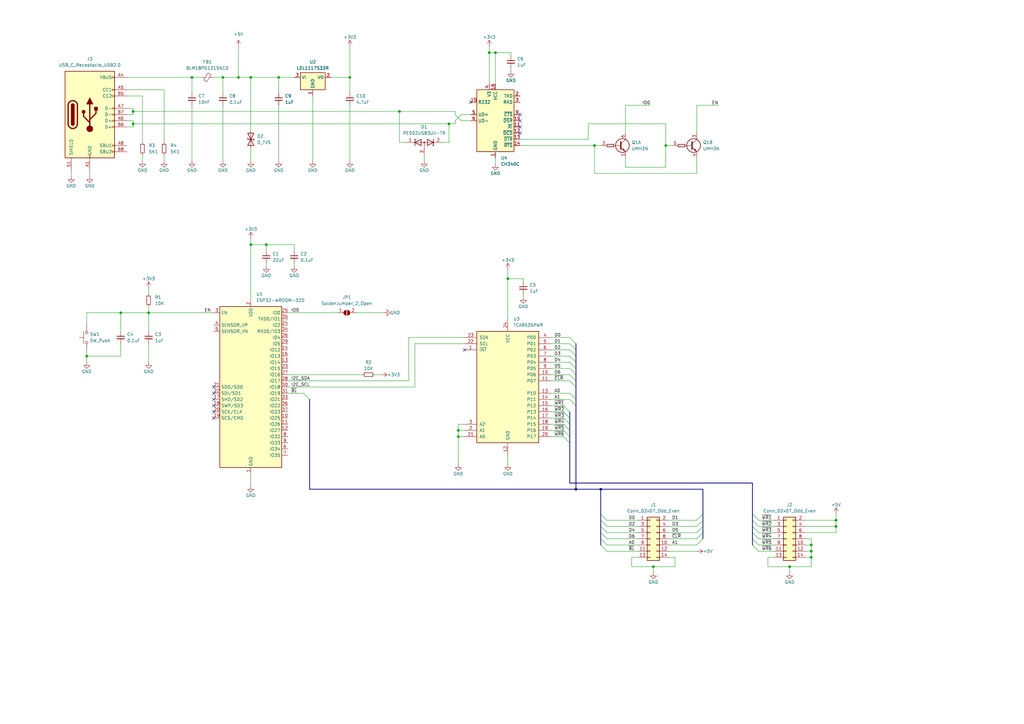
<source format=kicad_sch>
(kicad_sch (version 20230121) (generator eeschema)
  (paper "A3")
  (title_block (title "matrixstick control board") (date "2024-07-10") (rev "1.0"))
  (lib_symbols
    (symbol "Connector:USB_C_Receptacle_USB2.0" (pin_names (offset 1.016))
      (property "Reference" "J" (at -10.16 19.05 0))
      (property "Value" "USB_C_Receptacle_USB2.0" (at 19.05 19.05 0))
      (symbol "USB_C_Receptacle_USB2.0_0_0"
        (rectangle (start -0.254 -17.78) (end 0.254 -16.764))
        (rectangle (start 10.16 -14.986) (end 9.144 -15.494))
        (rectangle (start 10.16 -12.446) (end 9.144 -12.954))
        (rectangle (start 10.16 -4.826) (end 9.144 -5.334))
        (rectangle (start 10.16 -2.286) (end 9.144 -2.794))
        (rectangle (start 10.16 0.254) (end 9.144 -0.254))
        (rectangle (start 10.16 2.794) (end 9.144 2.286))
        (rectangle (start 10.16 7.874) (end 9.144 7.366))
        (rectangle (start 10.16 10.414) (end 9.144 9.906))
        (rectangle (start 10.16 15.494) (end 9.144 14.986))
      )
      (symbol "USB_C_Receptacle_USB2.0_0_1"
        (rectangle (start -10.16 17.78) (end 10.16 -17.78) (stroke (width 0.254)) (fill (type background)))
        (arc (start -8.89 -3.81) (mid -6.985 -5.7067) (end -5.08 -3.81) (stroke (width 0.508)))
        (arc (start -7.62 -3.81) (mid -6.985 -4.4423) (end -6.35 -3.81) (stroke (width 0.254)))
        (arc (start -7.62 -3.81) (mid -6.985 -4.4423) (end -6.35 -3.81) (stroke (width 0.254)) (fill (type outline)))
        (rectangle (start -7.62 -3.81) (end -6.35 3.81) (stroke (width 0.254)) (fill (type outline)))
        (arc (start -6.35 3.81) (mid -6.985 4.4423) (end -7.62 3.81) (stroke (width 0.254)))
        (arc (start -6.35 3.81) (mid -6.985 4.4423) (end -7.62 3.81) (stroke (width 0.254)) (fill (type outline)))
        (arc (start -5.08 3.81) (mid -6.985 5.7067) (end -8.89 3.81) (stroke (width 0.508)))
        (circle (center -2.54 1.143) (radius 0.635) (stroke (width 0.254)) (fill (type outline)))
        (circle (center 0 -5.842) (radius 1.27) (fill (type outline)))
        (polyline (pts (xy -8.89 -3.81) (xy -8.89 3.81)) (stroke (width 0.508)))
        (polyline (pts (xy -5.08 3.81) (xy -5.08 -3.81)) (stroke (width 0.508)))
        (polyline (pts (xy 0 -5.842) (xy 0 4.318)) (stroke (width 0.508)))
        (polyline (pts (xy 0 -3.302) (xy -2.54 -0.762) (xy -2.54 0.508)) (stroke (width 0.508)))
        (polyline (pts (xy 0 -2.032) (xy 2.54 0.508) (xy 2.54 1.778)) (stroke (width 0.508)))
        (polyline (pts (xy -1.27 4.318) (xy 0 6.858) (xy 1.27 4.318) (xy -1.27 4.318)) (stroke (width 0.254)) (fill (type outline)))
        (rectangle (start 1.905 1.778) (end 3.175 3.048) (stroke (width 0.254)) (fill (type outline)))
      )
      (symbol "USB_C_Receptacle_USB2.0_1_1"
        (pin passive line (at 0 -22.86 90) (length 5.08) (name "GND") (number "A1"))
        (pin passive line (at 0 -22.86 90) (length 5.08) hide (name "GND") (number "A12"))
        (pin passive line (at 15.24 15.24 180) (length 5.08) (name "VBUS") (number "A4"))
        (pin bidirectional line (at 15.24 10.16 180) (length 5.08) (name "CC1") (number "A5"))
        (pin bidirectional line (at 15.24 -2.54 180) (length 5.08) (name "D+") (number "A6"))
        (pin bidirectional line (at 15.24 2.54 180) (length 5.08) (name "D-") (number "A7"))
        (pin bidirectional line (at 15.24 -12.7 180) (length 5.08) (name "SBU1") (number "A8"))
        (pin passive line (at 15.24 15.24 180) (length 5.08) hide (name "VBUS") (number "A9"))
        (pin passive line (at 0 -22.86 90) (length 5.08) hide (name "GND") (number "B1"))
        (pin passive line (at 0 -22.86 90) (length 5.08) hide (name "GND") (number "B12"))
        (pin passive line (at 15.24 15.24 180) (length 5.08) hide (name "VBUS") (number "B4"))
        (pin bidirectional line (at 15.24 7.62 180) (length 5.08) (name "CC2") (number "B5"))
        (pin bidirectional line (at 15.24 -5.08 180) (length 5.08) (name "D+") (number "B6"))
        (pin bidirectional line (at 15.24 0 180) (length 5.08) (name "D-") (number "B7"))
        (pin bidirectional line (at 15.24 -15.24 180) (length 5.08) (name "SBU2") (number "B8"))
        (pin passive line (at 15.24 15.24 180) (length 5.08) hide (name "VBUS") (number "B9"))
        (pin passive line (at -7.62 -22.86 90) (length 5.08) (name "SHIELD") (number "S1"))
      )
    )
    (symbol "Connector_Generic:Conn_02x07_Odd_Even" (pin_names (offset 1.016) hide)
      (property "Reference" "J" (at 1.27 10.16 0))
      (property "Value" "Conn_02x07_Odd_Even" (at 1.27 -10.16 0))
      (symbol "Conn_02x07_Odd_Even_1_1"
        (rectangle (start -1.27 -7.493) (end 0 -7.747) (stroke (width 0.1524)))
        (rectangle (start -1.27 -4.953) (end 0 -5.207) (stroke (width 0.1524)))
        (rectangle (start -1.27 -2.413) (end 0 -2.667) (stroke (width 0.1524)))
        (rectangle (start -1.27 0.127) (end 0 -0.127) (stroke (width 0.1524)))
        (rectangle (start -1.27 2.667) (end 0 2.413) (stroke (width 0.1524)))
        (rectangle (start -1.27 5.207) (end 0 4.953) (stroke (width 0.1524)))
        (rectangle (start -1.27 7.747) (end 0 7.493) (stroke (width 0.1524)))
        (rectangle (start -1.27 8.89) (end 3.81 -8.89) (stroke (width 0.254)) (fill (type background)))
        (rectangle (start 3.81 -7.493) (end 2.54 -7.747) (stroke (width 0.1524)))
        (rectangle (start 3.81 -4.953) (end 2.54 -5.207) (stroke (width 0.1524)))
        (rectangle (start 3.81 -2.413) (end 2.54 -2.667) (stroke (width 0.1524)))
        (rectangle (start 3.81 0.127) (end 2.54 -0.127) (stroke (width 0.1524)))
        (rectangle (start 3.81 2.667) (end 2.54 2.413) (stroke (width 0.1524)))
        (rectangle (start 3.81 5.207) (end 2.54 4.953) (stroke (width 0.1524)))
        (rectangle (start 3.81 7.747) (end 2.54 7.493) (stroke (width 0.1524)))
        (pin passive line (at -5.08 7.62 0) (length 3.81) (name "Pin_1") (number "1"))
        (pin passive line (at 7.62 -2.54 180) (length 3.81) (name "Pin_10") (number "10"))
        (pin passive line (at -5.08 -5.08 0) (length 3.81) (name "Pin_11") (number "11"))
        (pin passive line (at 7.62 -5.08 180) (length 3.81) (name "Pin_12") (number "12"))
        (pin passive line (at -5.08 -7.62 0) (length 3.81) (name "Pin_13") (number "13"))
        (pin passive line (at 7.62 -7.62 180) (length 3.81) (name "Pin_14") (number "14"))
        (pin passive line (at 7.62 7.62 180) (length 3.81) (name "Pin_2") (number "2"))
        (pin passive line (at -5.08 5.08 0) (length 3.81) (name "Pin_3") (number "3"))
        (pin passive line (at 7.62 5.08 180) (length 3.81) (name "Pin_4") (number "4"))
        (pin passive line (at -5.08 2.54 0) (length 3.81) (name "Pin_5") (number "5"))
        (pin passive line (at 7.62 2.54 180) (length 3.81) (name "Pin_6") (number "6"))
        (pin passive line (at -5.08 0 0) (length 3.81) (name "Pin_7") (number "7"))
        (pin passive line (at 7.62 0 180) (length 3.81) (name "Pin_8") (number "8"))
        (pin passive line (at -5.08 -2.54 0) (length 3.81) (name "Pin_9") (number "9"))
      )
    )
    (symbol "Device:C_Small" (pin_numbers hide) (pin_names (offset 0.254) hide)
      (property "Reference" "C" (at 0.254 1.778 0))
      (property "Value" "C_Small" (at 0.254 -2.032 0))
      (symbol "C_Small_0_1"
        (polyline (pts (xy -1.524 -0.508) (xy 1.524 -0.508)) (stroke (width 0.3302)))
        (polyline (pts (xy -1.524 0.508) (xy 1.524 0.508)) (stroke (width 0.3048)))
      )
      (symbol "C_Small_1_1"
        (pin passive line (at 0 2.54 270) (length 2.032) (name "~") (number "1"))
        (pin passive line (at 0 -2.54 90) (length 2.032) (name "~") (number "2"))
      )
    )
    (symbol "Device:D_TVS" (pin_numbers hide) (pin_names (offset 1.016) hide)
      (property "Reference" "D" (at 0 2.54 0))
      (property "Value" "D_TVS" (at 0 -2.54 0))
      (symbol "D_TVS_0_1"
        (polyline (pts (xy 1.27 0) (xy -1.27 0)))
        (polyline (pts (xy 0.508 1.27) (xy 0 1.27) (xy 0 -1.27) (xy -0.508 -1.27)) (stroke (width 0.254)))
        (polyline (pts (xy -2.54 1.27) (xy -2.54 -1.27) (xy 2.54 1.27) (xy 2.54 -1.27) (xy -2.54 1.27)) (stroke (width 0.254)))
      )
      (symbol "D_TVS_1_1"
        (pin passive line (at -3.81 0 0) (length 2.54) (name "A1") (number "1"))
        (pin passive line (at 3.81 0 180) (length 2.54) (name "A2") (number "2"))
      )
    )
    (symbol "Device:D_Zener_Dual_CommonAnode_KKA" (pin_names (offset 0.762) hide)
      (property "Reference" "D" (at 1.27 -2.54 0))
      (property "Value" "D_Zener_Dual_CommonAnode_KKA" (at 0 2.54 0))
      (symbol "D_Zener_Dual_CommonAnode_KKA_0_1"
        (polyline (pts (xy -3.556 0) (xy 3.81 0)))
        (polyline (pts (xy 0 0) (xy 0 -2.54)))
        (polyline (pts (xy -3.81 -1.27) (xy -3.81 1.27) (xy -3.302 1.27)) (stroke (width 0.254)))
        (polyline (pts (xy 3.302 -1.27) (xy 3.81 -1.27) (xy 3.81 1.27)) (stroke (width 0.254)))
        (polyline (pts (xy -1.27 -1.27) (xy -3.81 0) (xy -1.27 1.27) (xy -1.27 -1.27) (xy -1.27 -1.27) (xy -1.27 -1.27)) (stroke (width 0.254)))
        (polyline (pts (xy 1.27 1.27) (xy 3.81 0) (xy 1.27 -1.27) (xy 1.27 1.27) (xy 1.27 1.27) (xy 1.27 1.27)) (stroke (width 0.254)))
        (circle (center 0 0) (radius 0.254) (fill (type outline)))
        (pin passive line (at -7.62 0 0) (length 3.81) (name "K") (number "1"))
        (pin passive line (at 7.62 0 180) (length 3.81) (name "K") (number "2"))
        (pin passive line (at 0 -5.08 90) (length 2.54) (name "A") (number "3"))
      )
    )
    (symbol "Device:FerriteBead_Small" (pin_numbers hide) (pin_names (offset 0))
      (property "Reference" "FB" (at 1.905 1.27 0))
      (property "Value" "FerriteBead_Small" (at 1.905 -1.27 0))
      (symbol "FerriteBead_Small_0_1"
        (polyline (pts (xy 0 -1.27) (xy 0 -0.7874)))
        (polyline (pts (xy 0 0.889) (xy 0 1.2954)))
        (polyline (pts (xy -1.8288 0.2794) (xy -1.1176 1.4986) (xy 1.8288 -0.2032) (xy 1.1176 -1.4224) (xy -1.8288 0.2794)))
      )
      (symbol "FerriteBead_Small_1_1"
        (pin passive line (at 0 2.54 270) (length 1.27) (name "~") (number "1"))
        (pin passive line (at 0 -2.54 90) (length 1.27) (name "~") (number "2"))
      )
    )
    (symbol "Device:R_Small" (pin_numbers hide) (pin_names (offset 0.254) hide)
      (property "Reference" "R" (at 0.762 0.508 0))
      (property "Value" "R_Small" (at 0.762 -1.016 0))
      (symbol "R_Small_0_1"
        (rectangle (start -0.762 1.778) (end 0.762 -1.778) (stroke (width 0.2032)))
      )
      (symbol "R_Small_1_1"
        (pin passive line (at 0 2.54 270) (length 0.762) (name "~") (number "1"))
        (pin passive line (at 0 -2.54 90) (length 0.762) (name "~") (number "2"))
      )
    )
    (symbol "Interface_Expansion:TCA9535PWR" (pin_names (offset 1.016))
      (property "Reference" "U" (at -11.43 24.13 0))
      (property "Value" "TCA9535PWR" (at 0 0 0))
      (symbol "TCA9535PWR_0_1"
        (rectangle (start -12.7 22.86) (end 12.7 -22.86) (stroke (width 0.254)) (fill (type background)))
      )
      (symbol "TCA9535PWR_1_1"
        (pin open_collector line (at -17.78 15.24 0) (length 5.08) (name "~{INT}") (number "1"))
        (pin bidirectional line (at 17.78 5.08 180) (length 5.08) (name "P06") (number "10"))
        (pin bidirectional line (at 17.78 2.54 180) (length 5.08) (name "P07") (number "11"))
        (pin power_in line (at 0 -27.94 90) (length 5.08) (name "GND") (number "12"))
        (pin bidirectional line (at 17.78 -2.54 180) (length 5.08) (name "P10") (number "13"))
        (pin bidirectional line (at 17.78 -5.08 180) (length 5.08) (name "P11") (number "14"))
        (pin bidirectional line (at 17.78 -7.62 180) (length 5.08) (name "P12") (number "15"))
        (pin bidirectional line (at 17.78 -10.16 180) (length 5.08) (name "P13") (number "16"))
        (pin bidirectional line (at 17.78 -12.7 180) (length 5.08) (name "P14") (number "17"))
        (pin bidirectional line (at 17.78 -15.24 180) (length 5.08) (name "P15") (number "18"))
        (pin bidirectional line (at 17.78 -17.78 180) (length 5.08) (name "P16") (number "19"))
        (pin input line (at -17.78 -17.78 0) (length 5.08) (name "A1") (number "2"))
        (pin bidirectional line (at 17.78 -20.32 180) (length 5.08) (name "P17") (number "20"))
        (pin input line (at -17.78 -20.32 0) (length 5.08) (name "A0") (number "21"))
        (pin input line (at -17.78 17.78 0) (length 5.08) (name "SCL") (number "22"))
        (pin bidirectional line (at -17.78 20.32 0) (length 5.08) (name "SDA") (number "23"))
        (pin power_in line (at 0 27.94 270) (length 5.08) (name "VCC") (number "24"))
        (pin input line (at -17.78 -15.24 0) (length 5.08) (name "A2") (number "3"))
        (pin bidirectional line (at 17.78 20.32 180) (length 5.08) (name "P00") (number "4"))
        (pin bidirectional line (at 17.78 17.78 180) (length 5.08) (name "P01") (number "5"))
        (pin bidirectional line (at 17.78 15.24 180) (length 5.08) (name "P02") (number "6"))
        (pin bidirectional line (at 17.78 12.7 180) (length 5.08) (name "P03") (number "7"))
        (pin bidirectional line (at 17.78 10.16 180) (length 5.08) (name "P04") (number "8"))
        (pin bidirectional line (at 17.78 7.62 180) (length 5.08) (name "P05") (number "9"))
      )
    )
    (symbol "Interface_USB:CH340C"
      (property "Reference" "U" (at -5.08 13.97 0))
      (property "Value" "CH340C" (at 1.27 13.97 0))
      (symbol "CH340C_0_1"
        (rectangle (start -7.62 12.7) (end 7.62 -12.7) (stroke (width 0.254)) (fill (type background)))
      )
      (symbol "CH340C_1_1"
        (pin power_in line (at 0 -15.24 90) (length 2.54) (name "GND") (number "1"))
        (pin input line (at 10.16 0 180) (length 2.54) (name "~{DSR}") (number "10"))
        (pin input line (at 10.16 -2.54 180) (length 2.54) (name "~{RI}") (number "11"))
        (pin input line (at 10.16 -5.08 180) (length 2.54) (name "~{DCD}") (number "12"))
        (pin output line (at 10.16 -7.62 180) (length 2.54) (name "~{DTR}") (number "13"))
        (pin output line (at 10.16 -10.16 180) (length 2.54) (name "~{RTS}") (number "14"))
        (pin input line (at -10.16 7.62 0) (length 2.54) (name "R232") (number "15"))
        (pin power_in line (at 0 15.24 270) (length 2.54) (name "VCC") (number "16"))
        (pin output line (at 10.16 10.16 180) (length 2.54) (name "TXD") (number "2"))
        (pin input line (at 10.16 7.62 180) (length 2.54) (name "RXD") (number "3"))
        (pin passive line (at -2.54 15.24 270) (length 2.54) (name "V3") (number "4"))
        (pin bidirectional line (at -10.16 2.54 0) (length 2.54) (name "UD+") (number "5"))
        (pin bidirectional line (at -10.16 0 0) (length 2.54) (name "UD-") (number "6"))
        (pin no_connect line (at -7.62 -7.62 0) (length 2.54) hide (name "NC") (number "7"))
        (pin no_connect line (at -7.62 -10.16 0) (length 2.54) hide (name "NC") (number "8"))
        (pin input line (at 10.16 2.54 180) (length 2.54) (name "~{CTS}") (number "9"))
      )
    )
    (symbol "Jumper:SolderJumper_2_Open" (pin_names (offset 0) hide)
      (property "Reference" "JP" (at 0 2.032 0))
      (property "Value" "SolderJumper_2_Open" (at 0 -2.54 0))
      (symbol "SolderJumper_2_Open_0_1"
        (arc (start -0.254 1.016) (mid -1.2656 0) (end -0.254 -1.016))
        (arc (start -0.254 1.016) (mid -1.2656 0) (end -0.254 -1.016) (fill (type outline)))
        (polyline (pts (xy -0.254 1.016) (xy -0.254 -1.016)))
        (polyline (pts (xy 0.254 1.016) (xy 0.254 -1.016)))
        (arc (start 0.254 -1.016) (mid 1.2656 0) (end 0.254 1.016))
        (arc (start 0.254 -1.016) (mid 1.2656 0) (end 0.254 1.016) (fill (type outline)))
      )
      (symbol "SolderJumper_2_Open_1_1"
        (pin passive line (at -3.81 0 0) (length 2.54) (name "A") (number "1"))
        (pin passive line (at 3.81 0 180) (length 2.54) (name "B") (number "2"))
      )
    )
    (symbol "RF_Module:ESP32-WROOM-32D"
      (property "Reference" "U" (at -12.7 34.29 0))
      (property "Value" "ESP32-WROOM-32D" (at 1.27 34.29 0))
      (symbol "ESP32-WROOM-32D_0_1"
        (rectangle (start -12.7 33.02) (end 12.7 -33.02) (stroke (width 0.254)) (fill (type background)))
      )
      (symbol "ESP32-WROOM-32D_1_1"
        (pin power_in line (at 0 -35.56 90) (length 2.54) (name "GND") (number "1"))
        (pin bidirectional line (at 15.24 -12.7 180) (length 2.54) (name "IO25") (number "10"))
        (pin bidirectional line (at 15.24 -15.24 180) (length 2.54) (name "IO26") (number "11"))
        (pin bidirectional line (at 15.24 -17.78 180) (length 2.54) (name "IO27") (number "12"))
        (pin bidirectional line (at 15.24 10.16 180) (length 2.54) (name "IO14") (number "13"))
        (pin bidirectional line (at 15.24 15.24 180) (length 2.54) (name "IO12") (number "14"))
        (pin passive line (at 0 -35.56 90) (length 2.54) hide (name "GND") (number "15"))
        (pin bidirectional line (at 15.24 12.7 180) (length 2.54) (name "IO13") (number "16"))
        (pin bidirectional line (at -15.24 -5.08 0) (length 2.54) (name "SHD/SD2") (number "17"))
        (pin bidirectional line (at -15.24 -7.62 0) (length 2.54) (name "SWP/SD3") (number "18"))
        (pin bidirectional line (at -15.24 -12.7 0) (length 2.54) (name "SCS/CMD") (number "19"))
        (pin power_in line (at 0 35.56 270) (length 2.54) (name "VDD") (number "2"))
        (pin bidirectional line (at -15.24 -10.16 0) (length 2.54) (name "SCK/CLK") (number "20"))
        (pin bidirectional line (at -15.24 0 0) (length 2.54) (name "SDO/SD0") (number "21"))
        (pin bidirectional line (at -15.24 -2.54 0) (length 2.54) (name "SDI/SD1") (number "22"))
        (pin bidirectional line (at 15.24 7.62 180) (length 2.54) (name "IO15") (number "23"))
        (pin bidirectional line (at 15.24 25.4 180) (length 2.54) (name "IO2") (number "24"))
        (pin bidirectional line (at 15.24 30.48 180) (length 2.54) (name "IO0") (number "25"))
        (pin bidirectional line (at 15.24 20.32 180) (length 2.54) (name "IO4") (number "26"))
        (pin bidirectional line (at 15.24 5.08 180) (length 2.54) (name "IO16") (number "27"))
        (pin bidirectional line (at 15.24 2.54 180) (length 2.54) (name "IO17") (number "28"))
        (pin bidirectional line (at 15.24 17.78 180) (length 2.54) (name "IO5") (number "29"))
        (pin input line (at -15.24 30.48 0) (length 2.54) (name "EN") (number "3"))
        (pin bidirectional line (at 15.24 0 180) (length 2.54) (name "IO18") (number "30"))
        (pin bidirectional line (at 15.24 -2.54 180) (length 2.54) (name "IO19") (number "31"))
        (pin no_connect line (at -12.7 -27.94 0) (length 2.54) hide (name "NC") (number "32"))
        (pin bidirectional line (at 15.24 -5.08 180) (length 2.54) (name "IO21") (number "33"))
        (pin bidirectional line (at 15.24 22.86 180) (length 2.54) (name "RXD0/IO3") (number "34"))
        (pin bidirectional line (at 15.24 27.94 180) (length 2.54) (name "TXD0/IO1") (number "35"))
        (pin bidirectional line (at 15.24 -7.62 180) (length 2.54) (name "IO22") (number "36"))
        (pin bidirectional line (at 15.24 -10.16 180) (length 2.54) (name "IO23") (number "37"))
        (pin passive line (at 0 -35.56 90) (length 2.54) hide (name "GND") (number "38"))
        (pin passive line (at 0 -35.56 90) (length 2.54) hide (name "GND") (number "39"))
        (pin input line (at -15.24 25.4 0) (length 2.54) (name "SENSOR_VP") (number "4"))
        (pin input line (at -15.24 22.86 0) (length 2.54) (name "SENSOR_VN") (number "5"))
        (pin input line (at 15.24 -25.4 180) (length 2.54) (name "IO34") (number "6"))
        (pin input line (at 15.24 -27.94 180) (length 2.54) (name "IO35") (number "7"))
        (pin bidirectional line (at 15.24 -20.32 180) (length 2.54) (name "IO32") (number "8"))
        (pin bidirectional line (at 15.24 -22.86 180) (length 2.54) (name "IO33") (number "9"))
      )
    )
    (symbol "Regulator_Linear:LD1117S33TR_SOT223"
      (property "Reference" "U" (at -3.81 3.175 0))
      (property "Value" "LD1117S33TR_SOT223" (at 0 3.175 0))
      (symbol "LD1117S33TR_SOT223_0_1"
        (rectangle (start -5.08 -5.08) (end 5.08 1.905) (stroke (width 0.254)) (fill (type background)))
      )
      (symbol "LD1117S33TR_SOT223_1_1"
        (pin power_in line (at 0 -7.62 90) (length 2.54) (name "GND") (number "1"))
        (pin power_out line (at 7.62 0 180) (length 2.54) (name "VO") (number "2"))
        (pin power_in line (at -7.62 0 0) (length 2.54) (name "VI") (number "3"))
      )
    )
    (symbol "Switch:SW_Push" (pin_numbers hide) (pin_names (offset 1.016) hide)
      (property "Reference" "SW" (at 1.27 2.54 0))
      (property "Value" "SW_Push" (at 0 -1.524 0))
      (symbol "SW_Push_0_1"
        (circle (center -2.032 0) (radius 0.508))
        (polyline (pts (xy 0 1.27) (xy 0 3.048)))
        (polyline (pts (xy 2.54 1.27) (xy -2.54 1.27)))
        (circle (center 2.032 0) (radius 0.508))
        (pin passive line (at -5.08 0 0) (length 2.54) (name "1") (number "1"))
        (pin passive line (at 5.08 0 180) (length 2.54) (name "2") (number "2"))
      )
    )
    (symbol "Transistor_BJT:UMH3N" (pin_names hide)
      (property "Reference" "Q" (at 7.62 1.27 0))
      (property "Value" "UMH3N" (at 7.62 -1.27 0))
      (symbol "UMH3N_0_1"
        (polyline (pts (xy 3.175 0) (xy 0.254 0)))
        (polyline (pts (xy 3.175 0.635) (xy 5.08 2.54)))
        (polyline (pts (xy 3.175 1.524) (xy 3.175 -1.524)) (stroke (width 0.508)))
        (polyline (pts (xy 3.175 -0.635) (xy 5.08 -2.54) (xy 5.08 -2.54)))
        (polyline (pts (xy 3.81 -1.778) (xy 4.318 -1.27) (xy 4.826 -2.286) (xy 3.81 -1.778) (xy 3.81 -1.778)) (fill (type outline)))
        (rectangle (start 0.254 0.508) (end -2.54 -0.508) (stroke (width 0.254)))
        (circle (center 3.81 0) (radius 2.8194) (stroke (width 0.254)))
      )
      (symbol "UMH3N_1_1"
        (pin passive line (at 5.08 -5.08 90) (length 2.54) (name "E1") (number "1"))
        (pin input line (at -5.08 0 0) (length 2.54) (name "B1") (number "2"))
        (pin passive line (at 5.08 5.08 270) (length 2.54) (name "C1") (number "6"))
      )
      (symbol "UMH3N_2_1"
        (pin passive line (at 5.08 5.08 270) (length 2.54) (name "C2") (number "3"))
        (pin passive line (at 5.08 -5.08 90) (length 2.54) (name "E2") (number "4"))
        (pin input line (at -5.08 0 0) (length 2.54) (name "B2") (number "5"))
      )
    )
    (symbol "power:+3V3" (power) (pin_names (offset 0))
      (property "Value" "+3V3" (at 0 3.556 0))
      (symbol "+3V3_0_1"
        (polyline (pts (xy -0.762 1.27) (xy 0 2.54)))
        (polyline (pts (xy 0 0) (xy 0 2.54)))
        (polyline (pts (xy 0 2.54) (xy 0.762 1.27)))
      )
      (symbol "+3V3_1_1"
        (pin power_in line (at 0 0 90) (length 0) hide (name "+3V3") (number "1"))
      )
    )
    (symbol "power:+5V" (power) (pin_names (offset 0))
      (property "Value" "+5V" (at 0 3.556 0))
      (symbol "+5V_0_1"
        (polyline (pts (xy -0.762 1.27) (xy 0 2.54)))
        (polyline (pts (xy 0 0) (xy 0 2.54)))
        (polyline (pts (xy 0 2.54) (xy 0.762 1.27)))
      )
      (symbol "+5V_1_1"
        (pin power_in line (at 0 0 90) (length 0) hide (name "+5V") (number "1"))
      )
    )
    (symbol "power:GND" (power) (pin_names (offset 0))
      (property "Value" "GND" (at 0 -3.81 0))
      (symbol "GND_0_1"
        (polyline (pts (xy 0 0) (xy 0 -1.27) (xy 1.27 -1.27) (xy 0 -2.54) (xy -1.27 -1.27) (xy 0 -1.27)))
      )
      (symbol "GND_1_1"
        (pin power_in line (at 0 0 270) (length 0) hide (name "GND") (number "1"))
      )
    )
  )
  (junction (at 243.84 59.69))
  (junction (at 54.61 50.8))
  (junction (at 323.85 232.41))
  (junction (at 246.38 200.66))
  (junction (at 102.87 100.33))
  (junction (at 114.3 31.75))
  (junction (at 49.53 128.27))
  (junction (at 187.96 176.53))
  (junction (at 97.79 31.75))
  (junction (at 35.56 146.05))
  (junction (at 109.22 100.33))
  (junction (at 342.9 213.36))
  (junction (at 332.74 226.06))
  (junction (at 143.51 31.75))
  (junction (at 184.15 50.8))
  (junction (at 102.87 31.75))
  (junction (at 273.05 59.69))
  (junction (at 267.97 232.41))
  (junction (at 342.9 215.9))
  (junction (at 163.83 45.72))
  (junction (at 208.28 114.3))
  (junction (at 91.44 31.75))
  (junction (at 54.61 45.72))
  (junction (at 187.96 179.07))
  (junction (at 203.2 21.59))
  (junction (at 200.66 21.59))
  (junction (at 60.96 128.27))
  (junction (at 78.74 31.75))
  (junction (at 236.22 200.66))
  (junction (at 332.74 228.6))
  (junction (at 332.74 223.52))
  (no_connect (at 87.63 161.29))
  (no_connect (at 213.36 54.61))
  (no_connect (at 87.63 166.37))
  (no_connect (at 87.63 168.91))
  (no_connect (at 213.36 49.53))
  (no_connect (at 213.36 52.07))
  (no_connect (at 190.5 143.51))
  (no_connect (at 87.63 171.45))
  (no_connect (at 87.63 163.83))
  (no_connect (at 193.04 41.91))
  (no_connect (at 87.63 158.75))
  (no_connect (at 213.36 46.99))
  (bus_entry (at 285.75 218.44) (size 2.54 -2.54))
  (bus_entry (at 233.68 156.21) (size 2.54 2.54))
  (bus_entry (at 233.68 153.67) (size 2.54 2.54))
  (bus_entry (at 231.14 168.91) (size 2.54 2.54))
  (bus_entry (at 248.92 223.52) (size -2.54 -2.54))
  (bus_entry (at 233.68 140.97) (size 2.54 2.54))
  (bus_entry (at 285.75 223.52) (size 2.54 -2.54))
  (bus_entry (at 308.61 223.52) (size 2.54 2.54))
  (bus_entry (at 248.92 218.44) (size -2.54 -2.54))
  (bus_entry (at 233.68 146.05) (size 2.54 2.54))
  (bus_entry (at 231.14 171.45) (size 2.54 2.54))
  (bus_entry (at 233.68 138.43) (size 2.54 2.54))
  (bus_entry (at 231.14 173.99) (size 2.54 2.54))
  (bus_entry (at 124.46 161.29) (size 2.54 2.54))
  (bus_entry (at 233.68 161.29) (size 2.54 2.54))
  (bus_entry (at 248.92 220.98) (size -2.54 -2.54))
  (bus_entry (at 248.92 215.9) (size -2.54 -2.54))
  (bus_entry (at 233.68 163.83) (size 2.54 2.54))
  (bus_entry (at 246.38 210.82) (size 2.54 2.54))
  (bus_entry (at 308.61 210.82) (size 2.54 2.54))
  (bus_entry (at 285.75 220.98) (size 2.54 -2.54))
  (bus_entry (at 231.14 166.37) (size 2.54 2.54))
  (bus_entry (at 231.14 176.53) (size 2.54 2.54))
  (bus_entry (at 233.68 143.51) (size 2.54 2.54))
  (bus_entry (at 285.75 215.9) (size 2.54 -2.54))
  (bus_entry (at 308.61 213.36) (size 2.54 2.54))
  (bus_entry (at 233.68 151.13) (size 2.54 2.54))
  (bus_entry (at 248.92 226.06) (size -2.54 -2.54))
  (bus_entry (at 308.61 218.44) (size 2.54 2.54))
  (bus_entry (at 308.61 215.9) (size 2.54 2.54))
  (bus_entry (at 308.61 220.98) (size 2.54 2.54))
  (bus_entry (at 233.68 148.59) (size 2.54 2.54))
  (bus_entry (at 231.14 179.07) (size 2.54 2.54))
  (bus_entry (at 288.29 210.82) (size -2.54 2.54))
  (wire (pts (xy 248.92 213.36) (xy 261.62 213.36)))
  (bus (pts (xy 233.68 179.07) (xy 233.68 181.61)))
  (bus (pts (xy 308.61 210.82) (xy 308.61 198.12)))
  (wire (pts (xy 285.75 64.77) (xy 285.75 71.12)))
  (wire (pts (xy 311.15 226.06) (xy 317.5 226.06)))
  (wire (pts (xy 274.32 220.98) (xy 285.75 220.98)))
  (wire (pts (xy 186.69 50.8) (xy 186.69 49.53)))
  (wire (pts (xy 49.53 140.97) (xy 49.53 146.05)))
  (wire (pts (xy 52.07 31.75) (xy 78.74 31.75)))
  (wire (pts (xy 256.54 64.77) (xy 256.54 68.58)))
  (wire (pts (xy 184.15 50.8) (xy 186.69 50.8)))
  (wire (pts (xy 67.31 63.5) (xy 67.31 66.04)))
  (wire (pts (xy 102.87 100.33) (xy 102.87 123.19)))
  (wire (pts (xy 120.65 107.95) (xy 120.65 109.22)))
  (wire (pts (xy 60.96 135.89) (xy 60.96 128.27)))
  (wire (pts (xy 54.61 45.72) (xy 54.61 44.45)))
  (wire (pts (xy 109.22 100.33) (xy 109.22 102.87)))
  (wire (pts (xy 200.66 34.29) (xy 200.66 21.59)))
  (bus (pts (xy 246.38 218.44) (xy 246.38 220.98)))
  (wire (pts (xy 52.07 49.53) (xy 54.61 49.53)))
  (wire (pts (xy 267.97 232.41) (xy 259.08 232.41)))
  (wire (pts (xy 60.96 128.27) (xy 49.53 128.27)))
  (wire (pts (xy 49.53 146.05) (xy 35.56 146.05)))
  (wire (pts (xy 187.96 173.99) (xy 187.96 176.53)))
  (wire (pts (xy 226.06 156.21) (xy 233.68 156.21)))
  (wire (pts (xy 97.79 31.75) (xy 97.79 19.05)))
  (wire (pts (xy 208.28 186.69) (xy 208.28 190.5)))
  (wire (pts (xy 200.66 21.59) (xy 203.2 21.59)))
  (wire (pts (xy 135.89 31.75) (xy 143.51 31.75)))
  (bus (pts (xy 236.22 151.13) (xy 236.22 153.67)))
  (wire (pts (xy 241.3 50.8) (xy 273.05 50.8)))
  (wire (pts (xy 274.32 215.9) (xy 285.75 215.9)))
  (wire (pts (xy 189.23 49.53) (xy 186.69 46.99)))
  (bus (pts (xy 288.29 218.44) (xy 288.29 220.98)))
  (wire (pts (xy 143.51 31.75) (xy 143.51 38.1)))
  (wire (pts (xy 167.64 138.43) (xy 190.5 138.43)))
  (wire (pts (xy 54.61 49.53) (xy 54.61 50.8)))
  (wire (pts (xy 267.97 232.41) (xy 267.97 234.95)))
  (wire (pts (xy 226.06 146.05) (xy 233.68 146.05)))
  (wire (pts (xy 226.06 171.45) (xy 231.14 171.45)))
  (wire (pts (xy 166.37 58.42) (xy 163.83 58.42)))
  (bus (pts (xy 236.22 163.83) (xy 236.22 166.37)))
  (wire (pts (xy 248.92 218.44) (xy 261.62 218.44)))
  (wire (pts (xy 35.56 143.51) (xy 35.56 146.05)))
  (wire (pts (xy 54.61 52.07) (xy 52.07 52.07)))
  (wire (pts (xy 184.15 58.42) (xy 184.15 50.8)))
  (wire (pts (xy 285.75 71.12) (xy 243.84 71.12)))
  (wire (pts (xy 54.61 45.72) (xy 54.61 46.99)))
  (wire (pts (xy 102.87 31.75) (xy 102.87 53.34)))
  (wire (pts (xy 226.06 143.51) (xy 233.68 143.51)))
  (wire (pts (xy 109.22 107.95) (xy 109.22 109.22)))
  (wire (pts (xy 311.15 213.36) (xy 317.5 213.36)))
  (wire (pts (xy 114.3 43.18) (xy 114.3 66.04)))
  (wire (pts (xy 181.61 58.42) (xy 184.15 58.42)))
  (wire (pts (xy 276.86 228.6) (xy 276.86 232.41)))
  (wire (pts (xy 190.5 179.07) (xy 187.96 179.07)))
  (bus (pts (xy 246.38 200.66) (xy 246.38 210.82)))
  (wire (pts (xy 311.15 223.52) (xy 317.5 223.52)))
  (wire (pts (xy 91.44 31.75) (xy 91.44 38.1)))
  (wire (pts (xy 203.2 64.77) (xy 203.2 67.31)))
  (wire (pts (xy 35.56 128.27) (xy 35.56 133.35)))
  (wire (pts (xy 118.11 161.29) (xy 124.46 161.29)))
  (wire (pts (xy 209.55 21.59) (xy 209.55 22.86)))
  (wire (pts (xy 342.9 218.44) (xy 342.9 215.9)))
  (bus (pts (xy 246.38 215.9) (xy 246.38 218.44)))
  (bus (pts (xy 236.22 153.67) (xy 236.22 156.21)))
  (wire (pts (xy 118.11 156.21) (xy 167.64 156.21)))
  (wire (pts (xy 78.74 31.75) (xy 82.55 31.75)))
  (bus (pts (xy 127 163.83) (xy 127 200.66)))
  (wire (pts (xy 208.28 114.3) (xy 208.28 130.81)))
  (bus (pts (xy 236.22 146.05) (xy 236.22 148.59)))
  (wire (pts (xy 52.07 44.45) (xy 54.61 44.45)))
  (bus (pts (xy 236.22 158.75) (xy 236.22 163.83)))
  (wire (pts (xy 330.2 223.52) (xy 332.74 223.52)))
  (wire (pts (xy 54.61 46.99) (xy 52.07 46.99)))
  (bus (pts (xy 233.68 176.53) (xy 233.68 179.07)))
  (wire (pts (xy 226.06 138.43) (xy 233.68 138.43)))
  (wire (pts (xy 248.92 223.52) (xy 261.62 223.52)))
  (wire (pts (xy 214.63 120.65) (xy 214.63 121.92)))
  (wire (pts (xy 226.06 179.07) (xy 231.14 179.07)))
  (bus (pts (xy 246.38 200.66) (xy 236.22 200.66)))
  (wire (pts (xy 91.44 43.18) (xy 91.44 66.04)))
  (wire (pts (xy 187.96 179.07) (xy 187.96 190.5)))
  (bus (pts (xy 236.22 143.51) (xy 236.22 146.05)))
  (wire (pts (xy 146.05 128.27) (xy 157.48 128.27)))
  (wire (pts (xy 311.15 215.9) (xy 317.5 215.9)))
  (wire (pts (xy 190.5 173.99) (xy 187.96 173.99)))
  (wire (pts (xy 114.3 31.75) (xy 120.65 31.75)))
  (wire (pts (xy 67.31 36.83) (xy 67.31 58.42)))
  (wire (pts (xy 256.54 43.18) (xy 266.7 43.18)))
  (wire (pts (xy 259.08 232.41) (xy 259.08 228.6)))
  (wire (pts (xy 332.74 228.6) (xy 332.74 232.41)))
  (wire (pts (xy 274.32 213.36) (xy 285.75 213.36)))
  (bus (pts (xy 233.68 181.61) (xy 233.68 198.12)))
  (wire (pts (xy 102.87 97.79) (xy 102.87 100.33)))
  (wire (pts (xy 102.87 31.75) (xy 114.3 31.75)))
  (wire (pts (xy 97.79 31.75) (xy 102.87 31.75)))
  (wire (pts (xy 248.92 220.98) (xy 261.62 220.98)))
  (wire (pts (xy 60.96 125.73) (xy 60.96 128.27)))
  (wire (pts (xy 35.56 146.05) (xy 35.56 148.59)))
  (wire (pts (xy 248.92 215.9) (xy 261.62 215.9)))
  (wire (pts (xy 36.83 69.85) (xy 36.83 72.39)))
  (wire (pts (xy 143.51 43.18) (xy 143.51 66.04)))
  (wire (pts (xy 330.2 213.36) (xy 342.9 213.36)))
  (wire (pts (xy 314.96 228.6) (xy 317.5 228.6)))
  (wire (pts (xy 170.18 140.97) (xy 170.18 158.75)))
  (wire (pts (xy 200.66 19.05) (xy 200.66 21.59)))
  (bus (pts (xy 236.22 140.97) (xy 236.22 143.51)))
  (wire (pts (xy 311.15 218.44) (xy 317.5 218.44)))
  (wire (pts (xy 189.23 46.99) (xy 193.04 46.99)))
  (wire (pts (xy 153.67 153.67) (xy 156.21 153.67)))
  (wire (pts (xy 208.28 110.49) (xy 208.28 114.3)))
  (bus (pts (xy 233.68 171.45) (xy 233.68 173.99)))
  (wire (pts (xy 128.27 39.37) (xy 128.27 66.04)))
  (wire (pts (xy 60.96 140.97) (xy 60.96 148.59)))
  (wire (pts (xy 332.74 223.52) (xy 332.74 226.06)))
  (wire (pts (xy 49.53 128.27) (xy 49.53 135.89)))
  (wire (pts (xy 186.69 45.72) (xy 163.83 45.72)))
  (wire (pts (xy 226.06 168.91) (xy 231.14 168.91)))
  (wire (pts (xy 102.87 60.96) (xy 102.87 66.04)))
  (wire (pts (xy 118.11 128.27) (xy 138.43 128.27)))
  (wire (pts (xy 52.07 39.37) (xy 58.42 39.37)))
  (bus (pts (xy 236.22 200.66) (xy 127 200.66)))
  (bus (pts (xy 236.22 148.59) (xy 236.22 151.13)))
  (wire (pts (xy 311.15 220.98) (xy 317.5 220.98)))
  (wire (pts (xy 109.22 100.33) (xy 120.65 100.33)))
  (wire (pts (xy 226.06 148.59) (xy 233.68 148.59)))
  (wire (pts (xy 332.74 232.41) (xy 323.85 232.41)))
  (wire (pts (xy 274.32 228.6) (xy 276.86 228.6)))
  (wire (pts (xy 52.07 36.83) (xy 67.31 36.83)))
  (wire (pts (xy 323.85 232.41) (xy 314.96 232.41)))
  (wire (pts (xy 190.5 176.53) (xy 187.96 176.53)))
  (wire (pts (xy 259.08 228.6) (xy 261.62 228.6)))
  (wire (pts (xy 226.06 166.37) (xy 231.14 166.37)))
  (wire (pts (xy 120.65 100.33) (xy 120.65 102.87)))
  (wire (pts (xy 332.74 220.98) (xy 332.74 223.52)))
  (wire (pts (xy 91.44 31.75) (xy 97.79 31.75)))
  (wire (pts (xy 170.18 158.75) (xy 118.11 158.75)))
  (wire (pts (xy 330.2 218.44) (xy 342.9 218.44)))
  (wire (pts (xy 167.64 156.21) (xy 167.64 138.43)))
  (wire (pts (xy 243.84 59.69) (xy 246.38 59.69)))
  (wire (pts (xy 87.63 31.75) (xy 91.44 31.75)))
  (wire (pts (xy 213.36 57.15) (xy 241.3 57.15)))
  (bus (pts (xy 236.22 156.21) (xy 236.22 158.75)))
  (wire (pts (xy 285.75 43.18) (xy 294.64 43.18)))
  (wire (pts (xy 190.5 140.97) (xy 170.18 140.97)))
  (wire (pts (xy 273.05 68.58) (xy 273.05 59.69)))
  (bus (pts (xy 308.61 215.9) (xy 308.61 218.44)))
  (wire (pts (xy 274.32 226.06) (xy 285.75 226.06)))
  (wire (pts (xy 203.2 34.29) (xy 203.2 21.59)))
  (wire (pts (xy 274.32 223.52) (xy 285.75 223.52)))
  (wire (pts (xy 314.96 232.41) (xy 314.96 228.6)))
  (bus (pts (xy 246.38 210.82) (xy 246.38 213.36)))
  (wire (pts (xy 60.96 118.11) (xy 60.96 120.65)))
  (wire (pts (xy 226.06 173.99) (xy 231.14 173.99)))
  (wire (pts (xy 114.3 31.75) (xy 114.3 38.1)))
  (wire (pts (xy 226.06 140.97) (xy 233.68 140.97)))
  (wire (pts (xy 186.69 45.72) (xy 186.69 46.99)))
  (wire (pts (xy 332.74 226.06) (xy 332.74 228.6)))
  (wire (pts (xy 102.87 100.33) (xy 109.22 100.33)))
  (wire (pts (xy 102.87 194.31) (xy 102.87 199.39)))
  (wire (pts (xy 203.2 21.59) (xy 209.55 21.59)))
  (bus (pts (xy 308.61 220.98) (xy 308.61 223.52)))
  (wire (pts (xy 256.54 68.58) (xy 273.05 68.58)))
  (wire (pts (xy 187.96 176.53) (xy 187.96 179.07)))
  (wire (pts (xy 214.63 114.3) (xy 208.28 114.3)))
  (wire (pts (xy 330.2 220.98) (xy 332.74 220.98)))
  (bus (pts (xy 308.61 218.44) (xy 308.61 220.98)))
  (wire (pts (xy 214.63 114.3) (xy 214.63 115.57)))
  (wire (pts (xy 189.23 49.53) (xy 193.04 49.53)))
  (wire (pts (xy 209.55 27.94) (xy 209.55 29.21)))
  (bus (pts (xy 246.38 200.66) (xy 288.29 200.66)))
  (bus (pts (xy 308.61 210.82) (xy 308.61 213.36)))
  (wire (pts (xy 226.06 176.53) (xy 231.14 176.53)))
  (wire (pts (xy 226.06 153.67) (xy 233.68 153.67)))
  (bus (pts (xy 288.29 215.9) (xy 288.29 218.44)))
  (wire (pts (xy 248.92 226.06) (xy 261.62 226.06)))
  (wire (pts (xy 285.75 54.61) (xy 285.75 43.18)))
  (wire (pts (xy 274.32 218.44) (xy 285.75 218.44)))
  (wire (pts (xy 118.11 153.67) (xy 148.59 153.67)))
  (wire (pts (xy 273.05 50.8) (xy 273.05 59.69)))
  (bus (pts (xy 288.29 213.36) (xy 288.29 215.9)))
  (bus (pts (xy 288.29 200.66) (xy 288.29 210.82)))
  (wire (pts (xy 54.61 50.8) (xy 184.15 50.8)))
  (bus (pts (xy 308.61 213.36) (xy 308.61 215.9)))
  (wire (pts (xy 226.06 163.83) (xy 233.68 163.83)))
  (bus (pts (xy 308.61 198.12) (xy 233.68 198.12)))
  (wire (pts (xy 256.54 54.61) (xy 256.54 43.18)))
  (bus (pts (xy 246.38 213.36) (xy 246.38 215.9)))
  (wire (pts (xy 78.74 31.75) (xy 78.74 38.1)))
  (wire (pts (xy 276.86 232.41) (xy 267.97 232.41)))
  (wire (pts (xy 330.2 228.6) (xy 332.74 228.6)))
  (wire (pts (xy 330.2 215.9) (xy 342.9 215.9)))
  (wire (pts (xy 243.84 71.12) (xy 243.84 59.69)))
  (wire (pts (xy 273.05 59.69) (xy 275.59 59.69)))
  (wire (pts (xy 342.9 213.36) (xy 342.9 210.82)))
  (wire (pts (xy 226.06 161.29) (xy 233.68 161.29)))
  (bus (pts (xy 246.38 220.98) (xy 246.38 223.52)))
  (wire (pts (xy 143.51 19.05) (xy 143.51 31.75)))
  (wire (pts (xy 241.3 57.15) (xy 241.3 50.8)))
  (wire (pts (xy 58.42 63.5) (xy 58.42 66.04)))
  (wire (pts (xy 49.53 128.27) (xy 35.56 128.27)))
  (wire (pts (xy 226.06 151.13) (xy 233.68 151.13)))
  (bus (pts (xy 233.68 168.91) (xy 233.68 171.45)))
  (bus (pts (xy 233.68 173.99) (xy 233.68 176.53)))
  (bus (pts (xy 288.29 210.82) (xy 288.29 213.36)))
  (wire (pts (xy 54.61 50.8) (xy 54.61 52.07)))
  (bus (pts (xy 236.22 166.37) (xy 236.22 200.66)))
  (wire (pts (xy 163.83 58.42) (xy 163.83 45.72)))
  (wire (pts (xy 323.85 232.41) (xy 323.85 234.95)))
  (wire (pts (xy 189.23 46.99) (xy 186.69 49.53)))
  (wire (pts (xy 213.36 59.69) (xy 243.84 59.69)))
  (wire (pts (xy 342.9 215.9) (xy 342.9 213.36)))
  (wire (pts (xy 78.74 43.18) (xy 78.74 66.04)))
  (wire (pts (xy 60.96 128.27) (xy 87.63 128.27)))
  (wire (pts (xy 54.61 45.72) (xy 163.83 45.72)))
  (wire (pts (xy 330.2 226.06) (xy 332.74 226.06)))
  (wire (pts (xy 58.42 39.37) (xy 58.42 58.42)))
  (wire (pts (xy 173.99 63.5) (xy 173.99 66.04)))
  (wire (pts (xy 29.21 69.85) (xy 29.21 72.39)))
  (label "D3" (at 227.33 146.05 0))
  (label "A1" (at 275.59 223.52 0))
  (label "A0" (at 227.33 161.29 0))
  (label "EN" (at 83.82 128.27 0))
  (label "~{WR4}" (at 227.33 173.99 0))
  (label "~{WR5}" (at 227.33 176.53 0))
  (label "~{BL}" (at 257.81 226.06 0))
  (label "D0" (at 257.81 213.36 0))
  (label "EN" (at 294.64 43.18 180))
  (label "A1" (at 227.33 163.83 0))
  (label "~{WR1}" (at 312.42 213.36 0))
  (label "~{CLR}" (at 227.33 156.21 0))
  (label "IO0" (at 266.7 43.18 180))
  (label "I2C_SDA" (at 119.38 156.21 0))
  (label "D4" (at 257.81 218.44 0))
  (label "~{WR3}" (at 312.42 218.44 0))
  (label "~{WR2}" (at 227.33 168.91 0))
  (label "D4" (at 227.33 148.59 0))
  (label "D3" (at 275.59 215.9 0))
  (label "~{WR6}" (at 312.42 226.06 0))
  (label "A0" (at 257.81 223.52 0))
  (label "I2C_SCL" (at 119.38 158.75 0))
  (label "D1" (at 227.33 140.97 0))
  (label "~{WR3}" (at 227.33 171.45 0))
  (label "D6" (at 257.81 220.98 0))
  (label "~{WR6}" (at 227.33 179.07 0))
  (label "D2" (at 227.33 143.51 0))
  (label "D2" (at 257.81 215.9 0))
  (label "~{BL}" (at 119.38 161.29 0))
  (label "D1" (at 275.59 213.36 0))
  (label "D6" (at 227.33 153.67 0))
  (label "IO0" (at 119.38 128.27 0))
  (label "D5" (at 275.59 218.44 0))
  (label "~{WR1}" (at 227.33 166.37 0))
  (label "D5" (at 227.33 151.13 0))
  (label "~{CLR}" (at 275.59 220.98 0))
  (label "~{WR4}" (at 312.42 220.98 0))
  (label "~{WR5}" (at 312.42 223.52 0))
  (label "D0" (at 227.33 138.43 0))
  (label "~{WR2}" (at 312.42 215.9 0))
  (symbol (lib_id "power:GND") (at 267.97 234.95 0) (unit 1)
    (property "Reference" "#PWR010" (effects hide))
    (property "Value" "GND" (at 267.97 238.76 0))
  )
  (symbol (lib_id "power:GND") (at 67.31 66.04 0) (unit 1)
    (property "Reference" "#PWR023" (effects hide))
    (property "Value" "GND" (at 67.31 69.85 0))
  )
  (symbol (lib_id "power:GND") (at 209.55 29.21 0) (unit 1)
    (property "Reference" "#PWR019" (effects hide))
    (property "Value" "GND" (at 209.55 33.02 0))
  )
  (symbol (lib_id "power:GND") (at 35.56 148.59 0) (unit 1)
    (property "Reference" "#PWR07" (effects hide))
    (property "Value" "GND" (at 35.56 152.4 0))
  )
  (symbol (lib_id "Connector:USB_C_Receptacle_USB2.0") (at 36.83 46.99 0) (unit 1)
    (property "Reference" "J3" (at 36.83 24.13 0))
    (property "Value" "USB_C_Receptacle_USB2.0" (at 36.83 26.67 0))
    (property "Datasheet" "https://www.usb.org/sites/default/files/documents/usb_type-c.zip" (effects hide))
  )
  (symbol (lib_id "power:GND") (at 78.74 66.04 0) (unit 1)
    (property "Reference" "#PWR024" (effects hide))
    (property "Value" "GND" (at 78.74 69.85 0))
  )
  (symbol (lib_id "power:+5V") (at 97.79 19.05 0) (unit 1)
    (property "Reference" "#PWR027" (effects hide))
    (property "Value" "+5V" (at 97.79 13.97 0))
  )
  (symbol (lib_id "Device:R_Small") (at 67.31 60.96 0) (unit 1)
    (property "Reference" "R4" (at 69.85 59.69 0) (effects (justify left)))
    (property "Value" "5K1" (at 69.85 62.23 0) (effects (justify left)))
    (property "Footprint" "Resistor_SMD:R_0603_1608Metric" (effects hide))
  )
  (symbol (lib_id "Connector_Generic:Conn_02x07_Odd_Even") (at 266.7 220.98 0) (unit 1)
    (property "Reference" "J1" (at 267.97 207.01 0))
    (property "Value" "Conn_02x07_Odd_Even" (at 267.97 209.55 0))
    (property "Footprint" "Connector_PinHeader_2.54mm:PinHeader_2x07_P2.54mm_Vertical" (effects hide))
  )
  (symbol (lib_id "power:GND") (at 58.42 66.04 0) (unit 1)
    (property "Reference" "#PWR022" (effects hide))
    (property "Value" "GND" (at 58.42 69.85 0))
  )
  (symbol (lib_id "power:GND") (at 91.44 66.04 0) (unit 1)
    (property "Reference" "#PWR025" (effects hide))
    (property "Value" "GND" (at 91.44 69.85 0))
  )
  (symbol (lib_id "power:+5V") (at 342.9 210.82 0) (unit 1)
    (property "Reference" "#PWR013" (effects hide))
    (property "Value" "+5V" (at 342.9 207.01 0))
  )
  (symbol (lib_id "Device:C_Small") (at 60.96 138.43 0) (unit 1)
    (property "Reference" "C3" (at 63.5 137.1663 0) (effects (justify left)))
    (property "Value" "1uF" (at 63.5 139.7063 0) (effects (justify left)))
    (property "Footprint" "Capacitor_SMD:C_0603_1608Metric" (effects hide))
  )
  (symbol (lib_id "power:GND") (at 120.65 109.22 0) (unit 1)
    (property "Reference" "#PWR04" (effects hide))
    (property "Value" "GND" (at 120.65 113.03 0))
  )
  (symbol (lib_id "Device:C_Small") (at 143.51 40.64 0) (unit 1)
    (property "Reference" "C10" (at 146.05 39.3763 0) (effects (justify left)))
    (property "Value" "4.7uF" (at 146.05 41.9163 0) (effects (justify left)))
    (property "Footprint" "Capacitor_SMD:C_0805_2012Metric" (effects hide))
  )
  (symbol (lib_id "Interface_Expansion:TCA9535PWR") (at 208.28 158.75 0) (unit 1)
    (property "Reference" "U3" (at 210.4741 130.81 0) (effects (justify left)))
    (property "Value" "TCA9535PWR" (at 210.4741 133.35 0) (effects (justify left)))
    (property "Footprint" "Package_SO:TSSOP-24_4.4x7.8mm_P0.65mm" (effects hide))
    (property "Datasheet" "http://www.ti.com/lit/ds/symlink/tca9535.pdf" (effects hide))
  )
  (symbol (lib_id "power:GND") (at 36.83 72.39 0) (unit 1)
    (property "Reference" "#PWR021" (effects hide))
    (property "Value" "GND" (at 36.83 76.2 0))
  )
  (symbol (lib_id "power:GND") (at 173.99 66.04 0) (unit 1)
    (property "Reference" "#PWR028" (effects hide))
    (property "Value" "GND" (at 173.99 69.85 0))
  )
  (symbol (lib_id "Switch:SW_Push") (at 35.56 138.43 90) (unit 1)
    (property "Reference" "SW1" (at 36.83 137.16 90) (effects (justify right)))
    (property "Value" "SW_Push" (at 36.83 139.7 90) (effects (justify right)))
    (property "Footprint" "Button_Switch_SMD:SW_Push_1P1T_NO_6x6mm_H9.5mm" (effects hide))
  )
  (symbol (lib_id "power:GND") (at 128.27 66.04 0) (unit 1)
    (property "Reference" "#PWR030" (effects hide))
    (property "Value" "GND" (at 128.27 69.85 0))
  )
  (symbol (lib_id "Device:R_Small") (at 151.13 153.67 90) (unit 1)
    (property "Reference" "R2" (at 151.13 148.59 90))
    (property "Value" "10K" (at 151.13 151.13 90))
    (property "Footprint" "Resistor_SMD:R_0603_1608Metric" (effects hide))
  )
  (symbol (lib_id "power:GND") (at 187.96 190.5 0) (unit 1)
    (property "Reference" "#PWR015" (effects hide))
    (property "Value" "GND" (at 187.96 194.31 0))
  )
  (symbol (lib_id "power:+3V3") (at 156.21 153.67 270) (unit 1)
    (property "Reference" "#PWR09" (effects hide))
    (property "Value" "+3V3" (at 158.75 153.67 90) (effects (justify left)))
  )
  (symbol (lib_id "power:GND") (at 114.3 66.04 0) (unit 1)
    (property "Reference" "#PWR032" (effects hide))
    (property "Value" "GND" (at 114.3 69.85 0))
  )
  (symbol (lib_id "Regulator_Linear:LD1117S33TR_SOT223") (at 128.27 31.75 0) (unit 1)
    (property "Reference" "U2" (at 128.27 25.4 0))
    (property "Value" "LDL1117S33R" (at 128.27 27.94 0))
    (property "Footprint" "Package_TO_SOT_SMD:SOT-223-3_TabPin2" (effects hide))
    (property "Datasheet" "http://www.st.com/st-web-ui/static/active/en/resource/technical/document/datasheet/CD00000544.pdf" (effects hide))
  )
  (symbol (lib_id "power:+3V3") (at 60.96 118.11 0) (unit 1)
    (property "Reference" "#PWR05" (effects hide))
    (property "Value" "+3V3" (at 60.96 114.3 0))
  )
  (symbol (lib_id "power:GND") (at 102.87 199.39 0) (unit 1)
    (property "Reference" "#PWR02" (effects hide))
    (property "Value" "GND" (at 102.87 203.2 0))
  )
  (symbol (lib_id "Device:C_Small") (at 114.3 40.64 0) (unit 1)
    (property "Reference" "C9" (at 116.84 39.3763 0) (effects (justify left)))
    (property "Value" "1uF" (at 116.84 41.9163 0) (effects (justify left)))
    (property "Footprint" "Capacitor_SMD:C_0603_1608Metric" (effects hide))
  )
  (symbol (lib_id "power:+3V3") (at 200.66 19.05 0) (unit 1)
    (property "Reference" "#PWR018" (effects hide))
    (property "Value" "+3V3" (at 200.66 15.24 0))
  )
  (symbol (lib_id "power:+5V") (at 285.75 226.06 270) (unit 1)
    (property "Reference" "#PWR011" (effects hide))
    (property "Value" "+5V" (at 288.29 226.06 90) (effects (justify left)))
  )
  (symbol (lib_id "power:+3V3") (at 143.51 19.05 0) (unit 1)
    (property "Reference" "#PWR031" (effects hide))
    (property "Value" "+3V3" (at 143.51 15.24 0))
  )
  (symbol (lib_id "Device:C_Small") (at 214.63 118.11 0) (unit 1)
    (property "Reference" "C5" (at 217.17 116.8463 0) (effects (justify left)))
    (property "Value" "1uF" (at 217.17 119.3863 0) (effects (justify left)))
    (property "Footprint" "Capacitor_SMD:C_0603_1608Metric" (effects hide))
  )
  (symbol (lib_id "power:GND") (at 203.2 67.31 0) (unit 1)
    (property "Reference" "#PWR020" (effects hide))
    (property "Value" "GND" (at 203.2 71.12 0))
  )
  (symbol (lib_id "power:GND") (at 29.21 72.39 0) (unit 1)
    (property "Reference" "#PWR026" (effects hide))
    (property "Value" "GND" (at 29.21 76.2 0))
  )
  (symbol (lib_id "Transistor_BJT:UMH3N") (at 280.67 59.69 0) (unit 2)
    (property "Reference" "Q1" (at 288.29 58.42 0) (effects (justify left)))
    (property "Value" "UMH3N" (at 288.29 60.96 0) (effects (justify left)))
    (property "Footprint" "Package_TO_SOT_SMD:SOT-363_SC-70-6" (effects hide))
    (property "Datasheet" "http://rohmfs.rohm.com/en/products/databook/datasheet/discrete/transistor/digital/emh3t2r-e.pdf" (effects hide))
  )
  (symbol (lib_id "Device:R_Small") (at 58.42 60.96 0) (unit 1)
    (property "Reference" "R3" (at 60.96 59.69 0) (effects (justify left)))
    (property "Value" "5K1" (at 60.96 62.23 0) (effects (justify left)))
    (property "Footprint" "Resistor_SMD:R_0603_1608Metric" (effects hide))
  )
  (symbol (lib_id "Device:C_Small") (at 120.65 105.41 0) (unit 1)
    (property "Reference" "C2" (at 123.19 104.1463 0) (effects (justify left)))
    (property "Value" "0.1uF" (at 123.19 106.6863 0) (effects (justify left)))
    (property "Footprint" "Capacitor_SMD:C_0603_1608Metric" (effects hide))
  )
  (symbol (lib_id "power:GND") (at 60.96 148.59 0) (unit 1)
    (property "Reference" "#PWR06" (effects hide))
    (property "Value" "GND" (at 60.96 152.4 0))
  )
  (symbol (lib_id "power:GND") (at 102.87 66.04 0) (unit 1)
    (property "Reference" "#PWR029" (effects hide))
    (property "Value" "GND" (at 102.87 69.85 0))
  )
  (symbol (lib_id "Device:R_Small") (at 60.96 123.19 0) (unit 1)
    (property "Reference" "R1" (at 63.5 121.92 0) (effects (justify left)))
    (property "Value" "10K" (at 63.5 124.46 0) (effects (justify left)))
    (property "Footprint" "Resistor_SMD:R_0603_1608Metric" (effects hide))
  )
  (symbol (lib_id "Device:C_Small") (at 49.53 138.43 0) (unit 1)
    (property "Reference" "C4" (at 52.07 137.1663 0) (effects (justify left)))
    (property "Value" "0.1uF" (at 52.07 139.7063 0) (effects (justify left)))
    (property "Footprint" "Capacitor_SMD:C_0603_1608Metric" (effects hide))
  )
  (symbol (lib_id "Device:C_Small") (at 91.44 40.64 0) (unit 1)
    (property "Reference" "C8" (at 93.98 39.3763 0) (effects (justify left)))
    (property "Value" "0.1uF" (at 93.98 41.9163 0) (effects (justify left)))
    (property "Footprint" "Capacitor_SMD:C_0603_1608Metric" (effects hide))
  )
  (symbol (lib_id "power:GND") (at 208.28 190.5 0) (unit 1)
    (property "Reference" "#PWR014" (effects hide))
    (property "Value" "GND" (at 208.28 194.31 0))
  )
  (symbol (lib_id "power:GND") (at 109.22 109.22 0) (unit 1)
    (property "Reference" "#PWR03" (effects hide))
    (property "Value" "GND" (at 109.22 113.03 0))
  )
  (symbol (lib_id "power:GND") (at 323.85 234.95 0) (unit 1)
    (property "Reference" "#PWR012" (effects hide))
    (property "Value" "GND" (at 323.85 238.76 0))
  )
  (symbol (lib_id "Jumper:SolderJumper_2_Open") (at 142.24 128.27 0) (unit 1)
    (property "Reference" "JP1" (at 142.24 121.92 0))
    (property "Value" "SolderJumper_2_Open" (at 142.24 124.46 0))
    (property "Footprint" "Jumper:SolderJumper-2_P1.3mm_Open_Pad1.0x1.5mm" (effects hide))
  )
  (symbol (lib_id "Interface_USB:CH340C") (at 203.2 49.53 0) (unit 1)
    (property "Reference" "U4" (at 205.3941 64.77 0) (effects (justify left)))
    (property "Value" "CH340C" (at 205.3941 67.31 0) (effects (justify left)))
    (property "Footprint" "Package_SO:SOIC-16_3.9x9.9mm_P1.27mm" (effects hide))
    (property "Datasheet" "https://datasheet.lcsc.com/szlcsc/Jiangsu-Qin-Heng-CH340C_C84681.pdf" (effects hide))
  )
  (symbol (lib_id "Device:D_TVS") (at 102.87 57.15 90) (unit 1)
    (property "Reference" "D2" (at 105.41 55.88 90) (effects (justify right)))
    (property "Value" "D_TVS" (at 105.41 58.42 90) (effects (justify right)))
    (property "Footprint" "Diode_SMD:D_SMA" (effects hide))
  )
  (symbol (lib_id "Device:C_Small") (at 78.74 40.64 0) (unit 1)
    (property "Reference" "C7" (at 81.28 39.3763 0) (effects (justify left)))
    (property "Value" "10nF" (at 81.28 41.9163 0) (effects (justify left)))
    (property "Footprint" "Capacitor_SMD:C_0603_1608Metric" (effects hide))
  )
  (symbol (lib_id "Device:C_Small") (at 209.55 25.4 0) (unit 1)
    (property "Reference" "C6" (at 212.09 24.1363 0) (effects (justify left)))
    (property "Value" "1uF" (at 212.09 26.6763 0) (effects (justify left)))
    (property "Footprint" "Capacitor_SMD:C_0603_1608Metric" (effects hide))
  )
  (symbol (lib_id "RF_Module:ESP32-WROOM-32D") (at 102.87 158.75 0) (unit 1)
    (property "Reference" "U1" (at 105.0641 120.65 0) (effects (justify left)))
    (property "Value" "ESP32-WROOM-32D" (at 105.0641 123.19 0) (effects (justify left)))
    (property "Footprint" "RF_Module:ESP32-WROOM-32D" (effects hide))
    (property "Datasheet" "https://www.espressif.com/sites/default/files/documentation/esp32-wroom-32d_esp32-wroom-32u_datasheet_en.pdf" (effects hide))
  )
  (symbol (lib_id "Connector_Generic:Conn_02x07_Odd_Even") (at 322.58 220.98 0) (unit 1)
    (property "Reference" "J2" (at 323.85 207.01 0))
    (property "Value" "Conn_02x07_Odd_Even" (at 323.85 209.55 0))
    (property "Footprint" "Connector_PinHeader_2.54mm:PinHeader_2x07_P2.54mm_Vertical" (effects hide))
  )
  (symbol (lib_id "power:GND") (at 214.63 121.92 0) (unit 1)
    (property "Reference" "#PWR017" (effects hide))
    (property "Value" "GND" (at 214.63 125.73 0))
  )
  (symbol (lib_id "Device:FerriteBead_Small") (at 85.09 31.75 90) (unit 1)
    (property "Reference" "FB1" (at 85.0519 25.4 90))
    (property "Value" "BLM18PG121SN1D" (at 85.0519 27.94 90))
    (property "Footprint" "Inductor_SMD:L_0603_1608Metric" (effects hide))
    (property "Manufacturer" "Murata" (effects hide))
    (property "ManufacturerPartNumber" "BLM18PG121SN1D" (effects hide))
  )
  (symbol (lib_id "power:+3V3") (at 102.87 97.79 0) (unit 1)
    (property "Reference" "#PWR01" (effects hide))
    (property "Value" "+3V3" (at 102.87 93.98 0))
  )
  (symbol (lib_id "power:GND") (at 157.48 128.27 90) (unit 1)
    (property "Reference" "#PWR08" (effects hide))
    (property "Value" "GND" (at 160.02 128.27 90) (effects (justify right)))
  )
  (symbol (lib_id "Device:D_Zener_Dual_CommonAnode_KKA") (at 173.99 58.42 0) (unit 1)
    (property "Reference" "D1" (at 173.99 52.07 0))
    (property "Value" "PESD2USB3UV-TR" (at 173.99 54.61 0))
    (property "Footprint" "Package_TO_SOT_SMD:SOT-23" (effects hide))
  )
  (symbol (lib_id "power:+3V3") (at 208.28 110.49 0) (unit 1)
    (property "Reference" "#PWR016" (effects hide))
    (property "Value" "+3V3" (at 208.28 106.68 0))
  )
  (symbol (lib_id "power:GND") (at 143.51 66.04 0) (unit 1)
    (property "Reference" "#PWR033" (effects hide))
    (property "Value" "GND" (at 143.51 69.85 0))
  )
  (symbol (lib_id "Transistor_BJT:UMH3N") (at 251.46 59.69 0) (unit 1)
    (property "Reference" "Q1" (at 259.08 58.42 0) (effects (justify left)))
    (property "Value" "UMH3N" (at 259.08 60.96 0) (effects (justify left)))
    (property "Footprint" "Package_TO_SOT_SMD:SOT-363_SC-70-6" (effects hide))
    (property "Datasheet" "http://rohmfs.rohm.com/en/products/databook/datasheet/discrete/transistor/digital/emh3t2r-e.pdf" (effects hide))
  )
  (symbol (lib_id "Device:C_Small") (at 109.22 105.41 0) (unit 1)
    (property "Reference" "C1" (at 111.76 104.1463 0) (effects (justify left)))
    (property "Value" "22uF" (at 111.76 106.6863 0) (effects (justify left)))
    (property "Footprint" "Capacitor_SMD:C_1206_3216Metric" (effects hide))
  )
)
</source>
